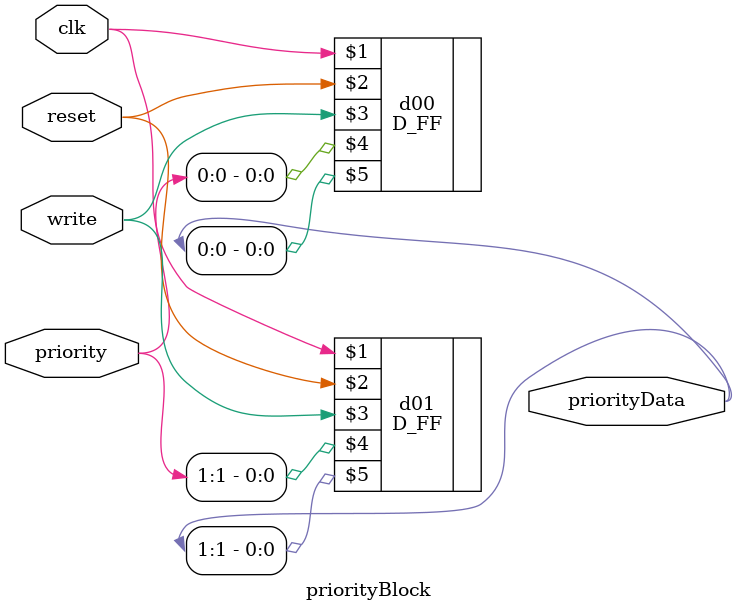
<source format=v>
module priorityBlock(input clk, input reset, input write, input [1:0] priority,output [1:0] priorityData);
  D_FF d00(clk, reset,write,priority[0],priorityData[0]);
  D_FF d01(clk, reset,write,priority[1],priorityData[1]);
endmodule
</source>
